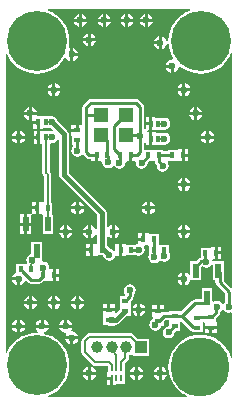
<source format=gbl>
%FSTAX23Y23*%
%MOIN*%
%SFA1B1*%

%IPPOS*%
%ADD12C,0.010000*%
%ADD13C,0.007870*%
%ADD20R,0.019680X0.047240*%
%ADD40C,0.015750*%
%ADD42C,0.196850*%
%ADD43R,0.039370X0.039370*%
%ADD44C,0.039370*%
%ADD45C,0.200000*%
%ADD46C,0.023620*%
%ADD47R,0.011810X0.023620*%
%ADD48R,0.015750X0.019680*%
%ADD49R,0.019680X0.015750*%
%ADD50R,0.051180X0.047240*%
%ADD51R,0.008820X0.023030*%
%LNusb2uart-1*%
%LPD*%
G36*
X00273Y01301D02*
X00286Y01296D01*
X00301Y01287*
X00313Y01276*
X00324Y01263*
X00333Y01249*
X0034Y01233*
X00344Y01216*
X00345Y012*
X00344Y01183*
X00343Y01181*
X00348Y01177*
X00348Y01177*
Y01156*
Y01135*
X00345Y01135*
X00337Y0114*
X00335Y01144*
X00329Y01144*
X00324Y01136*
X00313Y01123*
X00301Y01112*
X00286Y01103*
X0027Y01097*
X00254Y01093*
X00237Y01091*
X0022Y01093*
X00203Y01097*
X00188Y01103*
X00173Y01112*
X0016Y01123*
X00149Y01136*
X0014Y0115*
X00138Y01157*
X00133Y01156*
Y00163*
X00138Y00162*
X0014Y00169*
X00149Y00183*
X0016Y00196*
X00173Y00207*
X00188Y00216*
X00203Y00222*
X0022Y00226*
X00237Y00228*
X00241Y00227*
X00242Y00232*
X00239Y00235*
X00234Y00242*
X00234Y00245*
X00276*
X00275Y00242*
X00271Y00235*
X00263Y0023*
X00262Y0023*
X00262Y00224*
X0027Y00222*
X00286Y00216*
X00301Y00207*
X00313Y00196*
X00324Y00183*
X00333Y00169*
X0034Y00153*
X00344Y00136*
X00345Y0012*
X00344Y00103*
X0034Y00086*
X00333Y0007*
X00324Y00056*
X00313Y00043*
X00301Y00032*
X00286Y00023*
X00273Y00018*
X00274Y00013*
X00737*
X00738Y00018*
X00733Y00019*
X00719Y00028*
X00707Y00039*
X00696Y00052*
X00687Y00066*
X0068Y00082*
X00677Y00098*
X00675Y00115*
X00677Y00131*
X0068Y00147*
X00687Y00163*
X00696Y00177*
X00707Y0019*
X00719Y00201*
X00733Y0021*
X00749Y00216*
X00765Y0022*
X00782Y00221*
X00799Y0022*
X00815Y00216*
X0083Y0021*
X00845Y00201*
X00857Y0019*
X00868Y00177*
X00877Y00163*
X00883Y00147*
X00884Y00145*
X00889Y00146*
Y00294*
X00884Y00296*
X00877Y00294*
X00869Y00296*
X00863Y003*
X0086Y00305*
X00854*
X00851Y003*
X00847Y00298*
Y00295*
X00846Y0029*
X00844Y00286*
X00835Y00277*
Y00267*
X00837Y00262*
Y0026*
Y0025*
X00817*
X00797*
Y00261*
X00794Y00263*
X0079Y00263*
X0079Y00262*
Y0026*
Y00257*
Y00229*
X00754*
Y00235*
X00752Y00235*
X00748Y00238*
X00719Y00267*
X00719Y00267*
X00715Y00263*
Y00234*
X00701*
X00697Y0023*
X00695Y00222*
X00691Y00215*
X00685Y00211*
X00677Y00209*
X00669Y00211*
X00663Y00215*
X00658Y00222*
X00657Y0023*
X00658Y00237*
X00663Y00244*
X00669Y00248*
X00676Y00249*
X00679Y00252*
Y00265*
X00678Y0027*
X00665*
X0066Y00264*
Y00251*
X00651*
X0065Y00247*
X00646Y0024*
X0064Y00236*
X00632Y00234*
X00624Y00236*
X00618Y0024*
X00613Y00247*
X00612Y00255*
X00613Y00262*
X00618Y00269*
X00624Y00273*
Y0028*
X00622Y00284*
Y00297*
X00642*
X00662*
Y00296*
X00679*
Y00299*
X00715*
X00719Y00299*
X00755Y00335*
X0076Y00338*
X00765Y00339*
X00787*
Y00376*
X00822*
Y00334*
X00827Y00332*
X00829Y00333*
X00837Y00335*
X00845Y00333*
X00851Y00329*
X00854Y00324*
X0086*
X00863Y00329*
X00864Y00329*
Y00359*
X00836Y00387*
X00833Y00391*
X00832Y00396*
Y00403*
X00824*
Y00453*
X00819Y00455*
X00816Y0045*
X0081Y00446*
X00802Y00444*
X00794Y00446*
X00789Y00449*
X00785Y00446*
Y00403*
X00749*
X00748Y004*
X00748Y00399*
X00743Y00392*
X00736Y00387*
X00732Y00387*
Y00408*
Y00429*
X00736Y00428*
X00743Y00423*
X00744Y00421*
X00749Y00423*
Y00466*
X00766*
X00776Y00476*
X0078Y00478*
X00783Y00479*
Y00512*
X00813*
X00817Y00514*
X0083*
Y00495*
Y00475*
X00824*
X00821Y0047*
X00824Y00466*
X00827*
X0086*
Y00403*
X00861Y00399*
X00884Y00376*
X00889Y00378*
Y01159*
X00884Y0116*
X0088Y0115*
X00871Y01136*
X0086Y01123*
X00847Y01112*
X00833Y01103*
X00817Y01097*
X008Y01093*
X00783Y01091*
X00767Y01093*
X0075Y01097*
X00734Y01103*
X0072Y01112*
X00715Y01116*
X0071Y01114*
X00708Y01108*
X00704Y01101*
X00696Y01096*
X00693Y01095*
Y01116*
X00688*
Y01121*
X00667*
X00667Y01125*
X00672Y01132*
X00679Y01137*
X00688Y01139*
X00689Y01138*
X00692Y01143*
X00687Y0115*
X00681Y01166*
X00677Y01183*
X00676Y01192*
X00675Y01193*
X00672Y01192*
X0067Y01191*
X00669Y01187*
X00664Y01179*
X00657Y01175*
X00653Y01174*
Y01195*
Y01216*
X00657Y01216*
X00664Y01211*
X00669Y01204*
X0067Y012*
X00675Y01199*
X00675Y01199*
X00675Y012*
X00675Y01201*
X00677Y01216*
X00681Y01233*
X00687Y01249*
X00696Y01263*
X00707Y01276*
X0072Y01287*
X00734Y01296*
X00748Y01301*
X00747Y01306*
X00274*
X00273Y01301*
G37*
%LNusb2uart-2*%
%LPC*%
G36*
X00377Y01291D02*
Y01275D01*
X00361*
X00361Y01278*
X00366Y01285*
X00373Y0129*
X00377Y01291*
G37*
G36*
X00387D02*
X0039Y0129D01*
X00398Y01285*
X00402Y01278*
X00403Y01275*
X00387*
Y01291*
G37*
G36*
X00457D02*
Y01275D01*
X00441*
X00441Y01278*
X00446Y01285*
X00453Y0129*
X00457Y01291*
G37*
G36*
X00467D02*
X0047Y0129D01*
X00478Y01285*
X00482Y01278*
X00483Y01275*
X00467*
Y01291*
G37*
G36*
X00532D02*
Y01275D01*
X00516*
X00516Y01278*
X00521Y01285*
X00528Y0129*
X00532Y01291*
G37*
G36*
X00542D02*
X00545Y0129D01*
X00553Y01285*
X00557Y01278*
X00558Y01275*
X00542*
Y01291*
G37*
G36*
X00597D02*
Y01275D01*
X00581*
X00581Y01278*
X00586Y01285*
X00593Y0129*
X00597Y01291*
G37*
G36*
X00607D02*
X0061Y0129D01*
X00618Y01285*
X00622Y01278*
X00623Y01275*
X00607*
Y01291*
G37*
G36*
X00361Y01265D02*
X00377D01*
Y01248*
X00373Y01249*
X00366Y01254*
X00361Y01261*
X00361Y01265*
G37*
G36*
X00387D02*
X00403D01*
X00402Y01261*
X00398Y01254*
X0039Y01249*
X00387Y01248*
Y01265*
G37*
G36*
X00441D02*
X00457D01*
Y01248*
X00453Y01249*
X00446Y01254*
X00441Y01261*
X00441Y01265*
G37*
G36*
X00467D02*
X00483D01*
X00482Y01261*
X00478Y01254*
X0047Y01249*
X00467Y01248*
Y01265*
G37*
G36*
X00516D02*
X00532D01*
Y01248*
X00528Y01249*
X00521Y01254*
X00516Y01261*
X00516Y01265*
G37*
G36*
X00542D02*
X00558D01*
X00557Y01261*
X00553Y01254*
X00545Y01249*
X00542Y01248*
Y01265*
G37*
G36*
X00581D02*
X00597D01*
Y01248*
X00593Y01249*
X00586Y01254*
X00581Y01261*
X00581Y01265*
G37*
G36*
X00607D02*
X00623D01*
X00622Y01261*
X00618Y01254*
X0061Y01249*
X00607Y01248*
Y01265*
G37*
G36*
X00407Y01226D02*
Y0121D01*
X00391*
X00391Y01213*
X00396Y0122*
X00403Y01225*
X00407Y01226*
G37*
G36*
X00417D02*
X0042Y01225D01*
X00428Y0122*
X00432Y01213*
X00433Y0121*
X00417*
Y01226*
G37*
G36*
X00643Y01216D02*
Y012D01*
X00627*
X00628Y01204*
X00633Y01211*
X0064Y01216*
X00643Y01216*
G37*
G36*
X00391Y012D02*
X00407D01*
Y01183*
X00403Y01184*
X00396Y01189*
X00391Y01196*
X00391Y012*
G37*
G36*
X00417D02*
X00433D01*
X00432Y01196*
X00428Y01189*
X0042Y01184*
X00417Y01183*
Y012*
G37*
G36*
X00627Y0119D02*
X00643D01*
Y01174*
X0064Y01175*
X00633Y01179*
X00628Y01187*
X00627Y0119*
G37*
G36*
X00358Y01177D02*
X00362Y01176D01*
X00369Y01172*
X00374Y01164*
X00374Y01161*
X00358*
Y01177*
G37*
G36*
Y01151D02*
X00374D01*
X00374Y01147*
X00369Y0114*
X00362Y01135*
X00358Y01135*
Y01151*
G37*
G36*
X00667Y01111D02*
X00683D01*
Y01095*
X00679Y01096*
X00672Y01101*
X00667Y01108*
X00667Y01111*
G37*
G36*
X00722Y01059D02*
Y01043D01*
X00706*
X00707Y01046*
X00711Y01053*
X00719Y01058*
X00722Y01059*
G37*
G36*
X00732D02*
X00736Y01058D01*
X00743Y01053*
X00748Y01046*
X00748Y01043*
X00732*
Y01059*
G37*
G36*
X00289Y01059D02*
Y01043D01*
X00273*
X00274Y01046*
X00278Y01053*
X00286Y01058*
X00289Y01059*
G37*
G36*
X00299D02*
X00303Y01058D01*
X0031Y01053*
X00315Y01046*
X00315Y01043*
X00299*
Y01059*
G37*
G36*
X00706Y01033D02*
X00722D01*
Y01016*
X00719Y01017*
X00711Y01022*
X00707Y01029*
X00706Y01033*
G37*
G36*
X00732D02*
X00748D01*
X00748Y01029*
X00743Y01022*
X00736Y01017*
X00732Y01016*
Y01033*
G37*
G36*
X00273D02*
X00289D01*
Y01016*
X00286Y01017*
X00278Y01022*
X00274Y01029*
X00273Y01033*
G37*
G36*
X00299D02*
X00315D01*
X00315Y01029*
X0031Y01022*
X00303Y01017*
X00299Y01016*
Y01033*
G37*
G36*
X0021Y0098D02*
Y00964D01*
X00194*
X00195Y00967*
X002Y00975*
X00207Y0098*
X0021Y0098*
G37*
G36*
X0022D02*
X00224Y0098D01*
X00231Y00975*
X00236Y00967*
X00237Y00964*
X0022*
Y0098*
G37*
G36*
X00762D02*
Y00964D01*
X00745*
X00746Y00967*
X00751Y00975*
X00758Y0098*
X00762Y0098*
G37*
G36*
X00772D02*
X00775Y0098D01*
X00782Y00975*
X00787Y00967*
X00788Y00964*
X00772*
Y0098*
G37*
G36*
X0022Y00954D02*
X00238D01*
X0024Y00951*
X00257*
Y00949*
X00281*
X00282Y00949*
X00287Y0095*
X00295Y00948*
X00301Y00944*
X00305Y00937*
X00306Y00933*
X00338Y00901*
X00342Y00896*
X00343Y0089*
Y00761*
X00466Y00638*
X00469Y00633*
X00471Y00627*
Y00582*
X00476Y00581*
X00482Y00586*
X00486Y00586*
Y00565*
Y00544*
X00482Y00545*
X00476Y00549*
X00471Y00548*
Y00518*
X00473Y00516*
X00482Y00507*
X00486Y00506*
X00493Y00502*
X00493Y00501*
X00498Y00503*
Y00524*
X00511*
Y00505*
Y00485*
X00503*
X00499*
X00497Y0048*
X00497Y0048*
X00497Y0048*
X00493Y00474*
X00486Y00469*
X00479Y00468*
X00471Y00469*
X00464Y00474*
X0046Y0048*
X00459Y00485*
X00457Y00487*
X00441*
X00437Y00485*
X00435*
X00424*
Y00505*
Y00524*
X00437*
X00439Y00529*
Y0056*
X00434Y00561*
X00433Y00557*
X00428Y0055*
X00421Y00545*
X00417Y00544*
Y00565*
Y00586*
X00421Y00586*
X00428Y00581*
X00433Y00574*
X00434Y0057*
X00439Y0057*
Y0062*
X00316Y00743*
X00312Y00748*
X00311Y00754*
Y00873*
X00306Y00874*
X00305Y00872*
X00301Y00865*
X00295Y00861*
X00287Y00859*
X00285Y0086*
X0028Y00856*
Y00767*
X00281Y00765*
X00284Y00761*
X00285Y00756*
Y00662*
X00288*
Y00627*
X00286*
Y00621*
X00292*
Y00558*
X00257*
Y0062*
Y00621*
X00253Y00625*
X00244*
Y00645*
Y00664*
X00257*
X00261Y00668*
Y00751*
X00259Y00753*
X00256Y00757*
X00255Y00762*
Y00858*
X00247*
Y0088*
Y00901*
X00258*
Y00899*
X00281*
X00282Y00899*
X00287Y009*
X00287Y009*
X0029Y00904*
X00285Y00909*
X00281Y0091*
X00257*
Y00908*
X00246*
Y0093*
X00241*
Y00935*
X00225*
X0022Y00938*
X0022*
Y00954*
G37*
G36*
X00621Y00946D02*
X00632D01*
Y00944*
X00656*
X00657Y00944*
X00662Y00945*
X0067Y00943*
X00676Y00939*
X0068Y00932*
X00682Y00925*
X0068Y00917*
X00676Y0091*
X0067Y00906*
X00662Y00904*
X00657Y00906*
X00656Y00905*
X00632*
Y00903*
X00621*
Y00925*
Y00946*
G37*
G36*
X00194Y00954D02*
X0021D01*
Y00938*
X00207Y00938*
X002Y00943*
X00195Y0095*
X00194Y00954*
G37*
G36*
X00745D02*
X00762D01*
Y00938*
X00758Y00938*
X00751Y00943*
X00746Y0095*
X00745Y00954*
G37*
G36*
X00772D02*
X00788D01*
X00787Y0095*
X00782Y00943*
X00775Y00938*
X00772Y00938*
Y00954*
G37*
G36*
X006Y00946D02*
X00611D01*
Y0093*
X006*
Y00946*
G37*
G36*
X00352Y00921D02*
X00367D01*
Y00908*
X00352*
Y00921*
G37*
G36*
X00225Y00925D02*
X00236D01*
Y00908*
X00225*
Y00925*
G37*
G36*
X00417Y01008D02*
X00567D01*
X00572Y01007*
X00576Y01004*
X00591Y00989*
X00594Y00985*
X00595Y0098*
Y00907*
X00595Y00907*
X00596Y00907*
X006Y0091*
Y0092*
X00611*
Y00903*
X00606*
X00604Y009*
X00603Y00898*
X00604Y00896*
X00612*
Y00875*
Y00853*
X00601*
Y00861*
X00596Y00863*
X00595Y00863*
Y00837*
X00622*
X00625*
X0063*
X00658*
Y00833*
X00673*
Y00837*
X00703*
X00707Y00839*
X00709*
X0072*
Y0082*
Y008*
X00707*
X00703Y00802*
X00678*
X00675*
X00672Y00797*
X00673Y00796*
X00675Y00792*
X00677Y00785*
X00675Y00777*
X00671Y0077*
X00665Y00766*
X00657Y00764*
X00649Y00766*
X00643Y0077*
X00638Y00777*
X00637Y00785*
X00637Y00786*
X00633Y00789*
X00631Y00794*
X0063Y00799*
Y00801*
X00625Y00802*
X00622*
X00612*
X00607Y00796*
X00607Y00795*
X00605Y00787*
X00601Y0078*
X00595Y00776*
X00587Y00774*
X00579Y00776*
X00573Y0078*
X00568Y00787*
X00567Y00795*
X00567Y00795*
X00563Y008*
X00555*
Y0082*
X00545*
Y008*
X00536*
X00532Y00795*
X00532Y00795*
X0053Y00787*
X00526Y0078*
X0052Y00776*
X00512Y00774*
X00504Y00776*
X00498Y0078*
X00496Y00783*
X0049*
X00489Y00782*
X00483Y00778*
X00475Y00776*
X00468Y00778*
X00461Y00782*
X00457Y00789*
X00455Y00795*
X00455Y00796*
X00451Y008*
X00441*
Y0082*
X00431*
Y008*
X00419*
Y00806*
X00412*
X00407Y00807*
X00403Y0081*
X00393Y0082*
X00392Y00821*
X00386*
X00386Y0082*
X0038Y00816*
X00372Y00814*
X00364Y00816*
X00358Y0082*
X00353Y00827*
X00352Y00835*
X00353Y00842*
X00358Y00849*
X00358Y00849*
X00357Y00854*
X00354*
Y00885*
X00352*
Y00898*
X00372*
Y00903*
X00377*
Y00921*
X00389*
Y00955*
Y0098*
X0039Y00985*
X00393Y00989*
X00408Y01004*
X00412Y01007*
X00417Y01008*
G37*
G36*
X00622Y00896D02*
X00633D01*
Y00894*
X00656*
X00657Y00894*
X00662Y00895*
X0067Y00893*
X00676Y00889*
X0068Y00882*
X00682Y00875*
X0068Y00867*
X00676Y0086*
X0067Y00856*
X00662Y00854*
X00657Y00855*
X00656Y00855*
X00633*
Y00853*
X00622*
Y00875*
Y00896*
G37*
G36*
X00171Y00901D02*
Y00885D01*
X00155*
X00155Y00889*
X0016Y00896*
X00168Y00901*
X00171Y00901*
G37*
G36*
X00181D02*
X00185Y00901D01*
X00192Y00896*
X00197Y00889*
X00197Y00885*
X00181*
Y00901*
G37*
G36*
X00801D02*
Y00885D01*
X00785*
X00785Y00889*
X0079Y00896*
X00797Y00901*
X00801Y00901*
G37*
G36*
X00811D02*
X00814Y00901D01*
X00822Y00896*
X00827Y00889*
X00827Y00885*
X00811*
Y00901*
G37*
G36*
X00226Y00901D02*
X00237D01*
Y00885*
X00226*
Y00901*
G37*
G36*
X00155Y00875D02*
X00171D01*
Y00859*
X00168Y0086*
X0016Y00864*
X00155Y00872*
X00155Y00875*
G37*
G36*
X00181D02*
X00197D01*
X00197Y00872*
X00192Y00864*
X00185Y0086*
X00181Y00859*
Y00875*
G37*
G36*
X00785D02*
X00801D01*
Y00859*
X00797Y0086*
X0079Y00864*
X00785Y00872*
X00785Y00875*
G37*
G36*
X00811D02*
X00827D01*
X00827Y00872*
X00822Y00864*
X00814Y0086*
X00811Y00859*
Y00875*
G37*
G36*
X00226Y00875D02*
X00237D01*
Y00858*
X00226*
Y00875*
G37*
G36*
X0073Y00839D02*
X00742D01*
Y00825*
X0073*
Y00839*
G37*
G36*
Y00815D02*
X00742D01*
Y008*
X0073*
Y00815*
G37*
G36*
X00722Y00744D02*
Y00728D01*
X00706*
X00707Y00731*
X00711Y00738*
X00719Y00743*
X00722Y00744*
G37*
G36*
X00732D02*
X00736Y00743D01*
X00743Y00738*
X00748Y00731*
X00748Y00728*
X00732*
Y00744*
G37*
G36*
X00706Y00718D02*
X00722D01*
Y00701*
X00719Y00702*
X00711Y00707*
X00707Y00714*
X00706Y00718*
G37*
G36*
X00732D02*
X00748D01*
X00748Y00714*
X00743Y00707*
X00736Y00702*
X00732Y00701*
Y00718*
G37*
G36*
X00234Y00664D02*
Y0065D01*
X00221*
Y00664*
X00234*
G37*
G36*
X00368Y00665D02*
Y00649D01*
X00352*
X00352Y00653*
X00357Y0066*
X00364Y00665*
X00368Y00665*
G37*
G36*
X00378D02*
X00381Y00665D01*
X00389Y0066*
X00393Y00653*
X00394Y00649*
X00378*
Y00665*
G37*
G36*
X00604D02*
Y00649D01*
X00588*
X00589Y00653*
X00593Y0066*
X00601Y00665*
X00604Y00665*
G37*
G36*
X00614D02*
X00618Y00665D01*
X00625Y0066*
X0063Y00653*
X0063Y00649*
X00614*
Y00665*
G37*
G36*
X00352Y00639D02*
X00368D01*
Y00623*
X00364Y00623*
X00357Y00628*
X00352Y00635*
X00352Y00639*
G37*
G36*
X00378D02*
X00394D01*
X00393Y00635*
X00389Y00628*
X00381Y00623*
X00378Y00623*
Y00639*
G37*
G36*
X00588D02*
X00604D01*
Y00623*
X00601Y00623*
X00593Y00628*
X00589Y00635*
X00588Y00639*
G37*
G36*
X00614D02*
X0063D01*
X0063Y00635*
X00625Y00628*
X00618Y00623*
X00614Y00623*
Y00639*
G37*
G36*
X00195Y00623D02*
Y00595D01*
X0018*
Y00623*
X00195*
G37*
G36*
X00221Y0064D02*
X00234D01*
Y00625*
X00226*
X00224*
X00223Y00625*
X00221Y00624*
X00219Y00621*
X00219Y0062*
Y00619*
Y00595*
X00205*
Y00623*
X00215*
X00216*
X00217Y00623*
X0022Y00624*
X00221Y00627*
X00221Y00628*
Y00629*
Y0064*
G37*
G36*
X00329Y00586D02*
Y0057D01*
X00312*
X00313Y00574*
X00318Y00581*
X00325Y00586*
X00329Y00586*
G37*
G36*
X00339D02*
X00342Y00586D01*
X00349Y00581*
X00354Y00574*
X00355Y0057*
X00339*
Y00586*
G37*
G36*
X00407D02*
Y0057D01*
X00391*
X00392Y00574*
X00397Y00581*
X00404Y00586*
X00407Y00586*
G37*
G36*
X00496D02*
X005Y00586D01*
X00507Y00581*
X00512Y00574*
X00512Y0057*
X00496*
Y00586*
G37*
G36*
X00722D02*
Y0057D01*
X00706*
X00707Y00574*
X00711Y00581*
X00719Y00586*
X00722Y00586*
G37*
G36*
X00732D02*
X00736Y00586D01*
X00743Y00581*
X00748Y00574*
X00748Y0057*
X00732*
Y00586*
G37*
G36*
X0018Y00585D02*
X00195D01*
Y00556*
X0018*
Y00585*
G37*
G36*
X00205D02*
X00219D01*
Y00556*
X00205*
Y00585*
G37*
G36*
X00586Y00559D02*
Y00545D01*
X00574*
Y00559*
X00586*
G37*
G36*
X00312Y0056D02*
X00329D01*
Y00544*
X00325Y00545*
X00318Y0055*
X00313Y00557*
X00312Y0056*
G37*
G36*
X00339D02*
X00355D01*
X00354Y00557*
X00349Y0055*
X00342Y00545*
X00339Y00544*
Y0056*
G37*
G36*
X00391D02*
X00407D01*
Y00544*
X00404Y00545*
X00397Y0055*
X00392Y00557*
X00391Y0056*
G37*
G36*
X00496D02*
X00512D01*
X00512Y00557*
X00507Y0055*
X005Y00545*
X00496Y00544*
Y0056*
G37*
G36*
X00706D02*
X00722D01*
Y00544*
X00719Y00545*
X00711Y0055*
X00707Y00557*
X00706Y0056*
G37*
G36*
X00732D02*
X00748D01*
X00748Y00557*
X00743Y0055*
X00736Y00545*
X00732Y00544*
Y0056*
G37*
G36*
X00414Y00524D02*
Y0051D01*
X00401*
Y00524*
X00414*
G37*
G36*
X0084Y00514D02*
X00852D01*
Y005*
X0084*
Y00514*
G37*
G36*
X00401Y005D02*
X00414D01*
Y00485*
X00401*
Y005*
G37*
G36*
X00609Y00559D02*
X00613Y00557D01*
X00643*
Y00526*
X00645Y00522*
X00676*
Y00499*
X0068Y00492*
X00682Y00485*
X0068Y00477*
X00676Y0047*
X0067Y00466*
X00662Y00464*
X00654Y00466*
X0065Y00469*
X00644Y00468*
X00643Y00466*
X00637Y00462*
X00629Y0046*
X00621Y00462*
X00615Y00466*
X0061Y00473*
X00609Y0048*
X0061Y00488*
X00611Y00489*
Y00515*
X00609Y0052*
X00596*
X00594Y00515*
X00595Y00512*
X00597Y00505*
X00595Y00497*
X00591Y0049*
X00585Y00486*
X00577Y00484*
X00569Y00486*
X00565Y00487*
X00534*
Y00485*
X00521*
Y00505*
Y00524*
X00534*
Y00522*
X00562*
X00564*
X00569Y00523*
X00569Y00523*
X00569Y00523*
X00574Y00525*
Y00535*
X00591*
Y0054*
X00596*
Y00559*
X00609*
G37*
G36*
X0084Y0049D02*
X00852D01*
Y00475*
X0084*
Y0049*
G37*
G36*
X003Y00439D02*
X00312D01*
Y00425*
X003*
Y00439*
G37*
G36*
X00722Y00429D02*
Y00413D01*
X00706*
X00707Y00416*
X00711Y00423*
X00719Y00428*
X00722Y00429*
G37*
G36*
X003Y00415D02*
X00312D01*
Y004*
X003*
Y00415*
G37*
G36*
X00155Y00403D02*
X00171D01*
Y00387*
X00168Y00387*
X0016Y00392*
X00155Y00399*
X00155Y00403*
G37*
G36*
X00219Y00531D02*
X00255D01*
Y00471*
Y00469*
X00256Y00467*
X0026Y00464*
X00267Y00463*
X00273Y00459*
X00278Y00452*
X00279Y00445*
X00279Y00443*
X00282Y00439*
X0029*
Y0042*
Y004*
X00277*
X00273Y00402*
X0026*
X00254Y00396*
X0025Y00393*
X00245Y00392*
X00216*
X00211Y00393*
X00206Y00396*
X00201Y00401*
X00197Y004*
X00196Y00399*
X00192Y00392*
X00185Y00387*
X00181Y00387*
Y00408*
X00176*
Y00413*
X00155*
X00155Y00416*
X0016Y00423*
X00168Y00428*
X00168Y00428*
Y00457*
X00196*
X00199*
X00201*
X00203Y00461*
X00204Y00462*
X00203Y00463*
X00202Y00471*
X00203Y00478*
X00208Y00485*
X00214Y00489*
X00219Y0049*
Y00531*
G37*
G36*
X00706Y00403D02*
X00722D01*
Y00387*
X00719Y00387*
X00711Y00392*
X00707Y00399*
X00706Y00403*
G37*
G36*
X0021Y0035D02*
Y00334D01*
X00194*
X00195Y00338*
X002Y00345*
X00207Y0035*
X0021Y0035*
G37*
G36*
X0022D02*
X00224Y0035D01*
X00231Y00345*
X00236Y00338*
X00237Y00334*
X0022*
Y0035*
G37*
G36*
X00289D02*
Y00334D01*
X00273*
X00274Y00338*
X00278Y00345*
X00286Y0035*
X00289Y0035*
G37*
G36*
X00299D02*
X00303Y0035D01*
X0031Y00345*
X00315Y00338*
X00315Y00334*
X00299*
Y0035*
G37*
G36*
X00368D02*
Y00334D01*
X00352*
X00352Y00338*
X00357Y00345*
X00364Y0035*
X00368Y0035*
G37*
G36*
X00378D02*
X00381Y0035D01*
X00389Y00345*
X00393Y00338*
X00394Y00334*
X00378*
Y0035*
G37*
G36*
X00457Y00323D02*
X00472D01*
Y0031*
X00457*
Y00323*
G37*
G36*
X00482D02*
X00497D01*
Y0031*
X00482*
Y00323*
G37*
G36*
X00572Y00326D02*
Y0031D01*
X00556*
X00556Y00313*
X00561Y0032*
X00568Y00325*
X00572Y00326*
G37*
G36*
X00582D02*
X00585Y00325D01*
X00593Y0032*
X00597Y00313*
X00598Y0031*
X00582*
Y00326*
G37*
G36*
X00194Y00324D02*
X0021D01*
Y00308*
X00207Y00308*
X002Y00313*
X00195Y00321*
X00194Y00324*
G37*
G36*
X0022D02*
X00237D01*
X00236Y00321*
X00231Y00313*
X00224Y00308*
X0022Y00308*
Y00324*
G37*
G36*
X00273D02*
X00289D01*
Y00308*
X00286Y00308*
X00278Y00313*
X00274Y00321*
X00273Y00324*
G37*
G36*
X00299D02*
X00315D01*
X00315Y00321*
X0031Y00313*
X00303Y00308*
X00299Y00308*
Y00324*
G37*
G36*
X00352D02*
X00368D01*
Y00308*
X00364Y00308*
X00357Y00313*
X00352Y00321*
X00352Y00324*
G37*
G36*
X00378D02*
X00394D01*
X00393Y00321*
X00389Y00313*
X00381Y00308*
X00378Y00308*
Y00324*
G37*
G36*
X00622Y0032D02*
X00637D01*
Y00307*
X00622*
Y0032*
G37*
G36*
X00647D02*
X00662D01*
Y00307*
X00647*
Y0032*
G37*
G36*
X00556Y003D02*
X00572D01*
Y00283*
X00568Y00284*
X00561Y00289*
X00556Y00296*
X00556Y003*
G37*
G36*
X00582D02*
X00598D01*
X00597Y00296*
X00593Y00289*
X00585Y00284*
X00582Y00283*
Y003*
G37*
G36*
X00171Y00272D02*
Y00255D01*
X00155*
X00155Y00259*
X0016Y00266*
X00168Y00271*
X00171Y00272*
G37*
G36*
X00181D02*
X00185Y00271D01*
X00192Y00266*
X00197Y00259*
X00197Y00255*
X00181*
Y00272*
G37*
G36*
X0025D02*
Y00255D01*
X00234*
X00234Y00259*
X00239Y00266*
X00246Y00271*
X0025Y00272*
G37*
G36*
X0026D02*
X00263Y00271D01*
X00271Y00266*
X00275Y00259*
X00276Y00255*
X0026*
Y00272*
G37*
G36*
X00329D02*
Y00255D01*
X00312*
X00313Y00259*
X00318Y00266*
X00325Y00271*
X00329Y00272*
G37*
G36*
X00339D02*
X00342Y00271D01*
X00349Y00266*
X00354Y00259*
X00355Y00255*
X00339*
Y00272*
G37*
G36*
X00547Y0039D02*
X00555Y00388D01*
X00561Y00384*
X00565Y00377*
X00567Y0037*
X00565Y00362*
X00561Y00355*
X0056Y00355*
Y0035*
X00559Y00344*
X00556Y0034*
X0055Y00334*
Y00319*
Y00314*
Y00285*
X00537*
X00511Y0026*
X00506Y00256*
X00501Y00255*
X00495Y00251*
X00487Y00249*
X00479Y00251*
X00475Y00254*
X00459*
Y00283*
X00457Y00287*
Y003*
X00477*
X00497*
Y00297*
X00501Y00295*
X00514Y00308*
Y00317*
Y00322*
Y0035*
X00529*
X00533Y00354*
X00533Y00355*
X00528Y00362*
X00527Y0037*
X00528Y00377*
X00533Y00384*
X00539Y00388*
X00547Y0039*
G37*
G36*
X00155Y00245D02*
X00171D01*
Y00229*
X00168Y0023*
X0016Y00235*
X00155Y00242*
X00155Y00245*
G37*
G36*
X00181D02*
X00197D01*
X00197Y00242*
X00192Y00235*
X00185Y0023*
X00181Y00229*
Y00245*
G37*
G36*
X00797Y0024D02*
X00812D01*
Y00227*
X00797*
Y0024*
G37*
G36*
X00822D02*
X00837D01*
Y00227*
X00822*
Y0024*
G37*
G36*
X00412Y00227D02*
D01*
X0055*
X00554Y00226*
X00558Y00223*
X00574Y00207*
X00612*
Y00152*
X00557*
Y00155*
X00552Y00158*
X00549Y00155*
X00544Y00153*
Y00145*
X00543Y0014*
X0054Y00136*
X0053Y00126*
Y0009*
Y00057*
X00501*
Y00055*
X00491*
Y00057*
X0049*
Y00077*
X00486*
Y00082*
X00472*
Y00098*
X00474*
Y00109*
X00474Y0011*
Y00116*
X00472Y00117*
X00432*
X00427Y00118*
X00423Y00121*
X00388Y00156*
Y00156*
X00386Y0016*
X00385Y00165*
Y002*
X00386Y00204*
X00388Y00208*
X00403Y00223*
X00407Y00226*
X00412Y00227*
G37*
G36*
X00312Y00245D02*
X00355D01*
X00354Y00242*
X00351Y00238*
X00352Y00236*
X00354Y00233*
X00362Y00231*
X00369Y00227*
X00374Y00219*
X00374Y00216*
X00332*
X00333Y00219*
X00335Y00223*
X00335Y00225*
X00333Y00228*
X00325Y0023*
X00318Y00235*
X00313Y00242*
X00312Y00245*
G37*
G36*
X00332Y00206D02*
X00348D01*
Y0019*
X00345Y0019*
X00337Y00195*
X00333Y00202*
X00332Y00206*
G37*
G36*
X00358D02*
X00374D01*
X00374Y00202*
X00369Y00195*
X00362Y0019*
X00358Y0019*
Y00206*
G37*
G36*
X00407Y00114D02*
Y00098D01*
X00391*
X00392Y00101*
X00397Y00109*
X00404Y00113*
X00407Y00114*
G37*
G36*
X00417D02*
X00421Y00113D01*
X00428Y00109*
X00433Y00101*
X00434Y00098*
X00417*
Y00114*
G37*
G36*
X00565D02*
Y00098D01*
X00548*
X00549Y00101*
X00554Y00109*
X00561Y00113*
X00565Y00114*
G37*
G36*
X00575D02*
X00578Y00113D01*
X00585Y00109*
X0059Y00101*
X00591Y00098*
X00575*
Y00114*
G37*
G36*
X00643D02*
Y00098D01*
X00627*
X00628Y00101*
X00633Y00109*
X0064Y00113*
X00643Y00114*
G37*
G36*
X00653D02*
X00657Y00113D01*
X00664Y00109*
X00669Y00101*
X0067Y00098*
X00653*
Y00114*
G37*
G36*
X00391Y00088D02*
X00407D01*
Y00072*
X00404Y00072*
X00397Y00077*
X00392Y00084*
X00391Y00088*
G37*
G36*
X00417D02*
X00434D01*
X00433Y00084*
X00428Y00077*
X00421Y00072*
X00417Y00072*
Y00088*
G37*
G36*
X00548D02*
X00565D01*
Y00072*
X00561Y00072*
X00554Y00077*
X00549Y00084*
X00548Y00088*
G37*
G36*
X00575D02*
X00591D01*
X0059Y00084*
X00585Y00077*
X00578Y00072*
X00575Y00072*
Y00088*
G37*
G36*
X00627D02*
X00643D01*
Y00072*
X0064Y00072*
X00633Y00077*
X00628Y00084*
X00627Y00088*
G37*
G36*
X00653D02*
X0067D01*
X00669Y00084*
X00664Y00077*
X00657Y00072*
X00653Y00072*
Y00088*
G37*
G36*
X00472Y00072D02*
X00481D01*
Y00055*
X00472*
Y00072*
G37*
%LNusb2uart-3*%
%LPD*%
G54D12*
X00767Y00435D02*
Y00448D01*
X00785Y00466D02*
X00767Y00448D01*
X00793Y00466D02*
X00785D01*
X00799Y00472D02*
X00793Y00466D01*
X00799Y00472D02*
Y00495D01*
X00846Y00431D02*
X00842Y00435D01*
X00846Y00396D02*
Y00431D01*
X00877Y00365D02*
X00846Y00396D01*
X00877Y00315D02*
Y00365D01*
X00837Y00315D02*
X00834Y00312D01*
Y00295D02*
Y00312D01*
X00819Y0028D02*
X00817D01*
X00834Y00295D02*
X00819Y0028D01*
X00697Y0025D02*
X00695D01*
X00677Y00231*
Y0023D02*
Y00231D01*
X00577Y00505D02*
D01*
X0055*
X0055*
X00629Y0048D02*
X00628Y00481D01*
Y00504D02*
X00627Y00505D01*
X00628Y00481D02*
Y00504D01*
X00534Y00335D02*
X00532D01*
X00537Y00337D02*
X00534Y00335D01*
X00537Y00337D02*
Y00339D01*
X00547Y0035D02*
X00537Y00339D01*
X00547Y0035D02*
Y0037D01*
X00773Y00279D02*
X00772Y00278D01*
X00816Y00279D02*
X00773D01*
X00817Y0028D02*
X00816Y00279D01*
X00805Y00331D02*
Y00345D01*
Y00331D02*
X008Y00326D01*
X00765*
X00722Y00283*
X00697*
X00757Y00247D02*
X00722Y00283D01*
X00769Y00247D02*
X00757D01*
X00772Y00245D02*
X00769Y00247D01*
X00697Y00283D02*
X0066D01*
X00644Y00267*
X00642*
X00662Y00503D02*
X0066Y00505D01*
X00662Y00485D02*
Y00503D01*
X00627Y00505D02*
Y0054D01*
X00259Y0042D02*
Y00445D01*
Y00418D02*
Y0042D01*
Y00418D02*
X00256Y00415D01*
X00216Y00405D02*
X00204Y00417D01*
X00245Y00405D02*
X00216D01*
X00256Y00415D02*
X00254D01*
X00186Y00437D02*
X00183Y0044D01*
X00204Y00417D02*
X00204D01*
X00186Y00435D02*
Y00437D01*
X00204Y00417D02*
X00196Y00424D01*
Y00425*
X00254Y00415D02*
X00245Y00405D01*
X00196Y00425D02*
X00186Y00435D01*
X00372Y00835D02*
Y0087D01*
X00689Y0082D02*
X00643D01*
Y00799D02*
Y00818D01*
X00657Y00785D02*
X00643Y00799D01*
X00609Y00818D02*
Y0082D01*
Y00818D02*
X00587Y00795D01*
Y00795D02*
Y00795D01*
X00472Y00867D02*
X00453Y00886D01*
X00472Y0082D02*
Y00867D01*
X00511Y00824D02*
X00495Y00841D01*
Y00916*
X00582Y00885D02*
Y0098D01*
Y0083D02*
Y00885D01*
X0058Y00886D02*
X00533D01*
X00582Y00885D02*
X0058Y00886D01*
X00402Y00955D02*
Y0098D01*
Y0083D02*
Y00955D01*
X00451Y00953D02*
X00403D01*
X00402Y00955*
X00417Y00995D02*
X00402Y0098D01*
X00412Y0082D02*
X00402Y0083D01*
X00436Y0082D02*
D01*
X00412*
X00567Y00995D02*
X00417D01*
X00582Y0098D02*
X00567Y00995D01*
X00582Y0083D02*
X00572Y0082D01*
X0055*
X00475Y00796D02*
Y00816D01*
X00472Y0082*
X00453Y00886D02*
X00451D01*
X00533Y00953D02*
X00531D01*
X00495Y00916*
X00514Y0082D02*
X00513Y00818D01*
Y00796D02*
X00512Y00795D01*
X00513Y00796D02*
Y00818D01*
X00514Y0082D02*
X00511Y00822D01*
Y00824*
G54D13*
X00287Y0088D02*
X00267D01*
Y00762D02*
Y0088D01*
X00273Y00645D02*
Y00756D01*
X00267Y00762*
X00432Y0013D02*
X00397Y00165D01*
X00486Y00121D02*
X00477Y0013D01*
X00432*
X00486Y0011D02*
X00486Y0011D01*
Y00121*
X00502Y0011D02*
Y00155D01*
X00287Y0093D02*
X00267D01*
X00274Y0059D02*
X00273Y0059D01*
Y00644*
X00273Y00645*
X00227Y00465D02*
X00219Y00456D01*
Y00441D02*
Y00456D01*
Y00441D02*
X00217Y0044D01*
X00662Y00925D02*
X00642D01*
X00662Y00875D02*
X00642D01*
X00585Y0018D02*
X0055Y00215D01*
X00412*
X00397Y002*
Y00165D02*
Y002D01*
X00502Y00155D02*
X00486Y00171D01*
Y0018*
X00535D02*
X00532Y00176D01*
Y00145D02*
Y00176D01*
Y00145D02*
X00518Y0013D01*
Y0011D02*
Y0013D01*
G54D20*
X00805Y00345D03*
X00767Y00435D03*
X00842D03*
X00237Y005D03*
X002Y0059D03*
X00274D03*
G54D40*
X00455Y00627D02*
X00327Y00754D01*
X00455Y00505D02*
Y00627D01*
X00462Y00505D02*
X00455D01*
X00327Y0089D02*
X00287Y0093D01*
X00327Y00754D02*
Y0089D01*
X00479Y00488D02*
X00462Y00505D01*
X00532Y00301D02*
X0053D01*
X005Y00271*
X00488*
X00487Y0027*
G54D42*
X00782Y00115D03*
G54D43*
X00585Y0018D03*
G54D44*
X00535Y0018D03*
X00486D03*
X00437D03*
G54D45*
X00237Y012D03*
X00783D03*
X00237Y0012D03*
G54D46*
X00412Y00565D03*
X00582Y00885D03*
X00382Y0127D03*
X00412Y01205D03*
X00462Y0127D03*
X00537D03*
X00602D03*
X00176Y0088D03*
Y00408D03*
Y0025D03*
X00215Y00959D03*
Y00329D03*
X00255Y0025D03*
X00334Y00565D03*
X00294Y00329D03*
X00334Y0025D03*
X00373Y00644D03*
Y00329D03*
X00412Y00093D03*
X00491Y00565D03*
X0057Y00093D03*
X00648Y01195D03*
X00609Y00644D03*
X00648Y00093D03*
X00688Y01116D03*
X00727Y01038D03*
Y00723D03*
Y00565D03*
Y00408D03*
X00767Y00959D03*
X00806Y0088D03*
X00577Y00305D03*
X00294Y01038D03*
X00353Y01156D03*
Y00211D03*
X00287Y0088D03*
X00802Y00465D03*
X00877Y00315D03*
X00837D03*
X00677Y0023D03*
X00577Y00505D03*
X00629Y0048D03*
X00547Y0037D03*
X00632Y00255D03*
X00662Y00485D03*
X00487Y0027D03*
X00479Y00488D03*
X00287Y0093D03*
X00222Y00471D03*
X00259Y00445D03*
X00372Y00835D03*
X00662Y00925D03*
Y00875D03*
X00657Y00785D03*
X00587Y00795D03*
X00475Y00796D03*
X00512Y00795D03*
G54D47*
X00241Y0093D03*
X00267D03*
X00267Y0088D03*
X00242D03*
X00642Y00925D03*
X00616D03*
X00642Y00875D03*
X00617D03*
G54D48*
X00799Y00495D03*
X00835D03*
X00273Y00645D03*
X00239D03*
X00183Y0044D03*
X00217D03*
X00259Y0042D03*
X00295D03*
X00643Y0082D03*
X00609D03*
X00725D03*
X00689D03*
X00436D03*
X00472D03*
X0055D03*
X00514D03*
X00516Y00505D03*
X0055D03*
X00455D03*
X00419D03*
X00627D03*
X0066D03*
X00591Y0054D03*
X00627D03*
G54D49*
X00817Y0028D03*
Y00245D03*
X00772D03*
Y00278D03*
X00372Y0087D03*
Y00903D03*
X00532Y00301D03*
Y00335D03*
X00697Y00283D03*
Y0025D03*
X00477Y00305D03*
X00477Y0027D03*
X00642Y00302D03*
Y00267D03*
G54D50*
X00451Y00953D03*
X00533D03*
Y00886D03*
X00451D03*
G54D51*
X00486Y0011D03*
X00502D03*
X00518D03*
Y00077D03*
X00502D03*
X00486D03*
M02*
</source>
